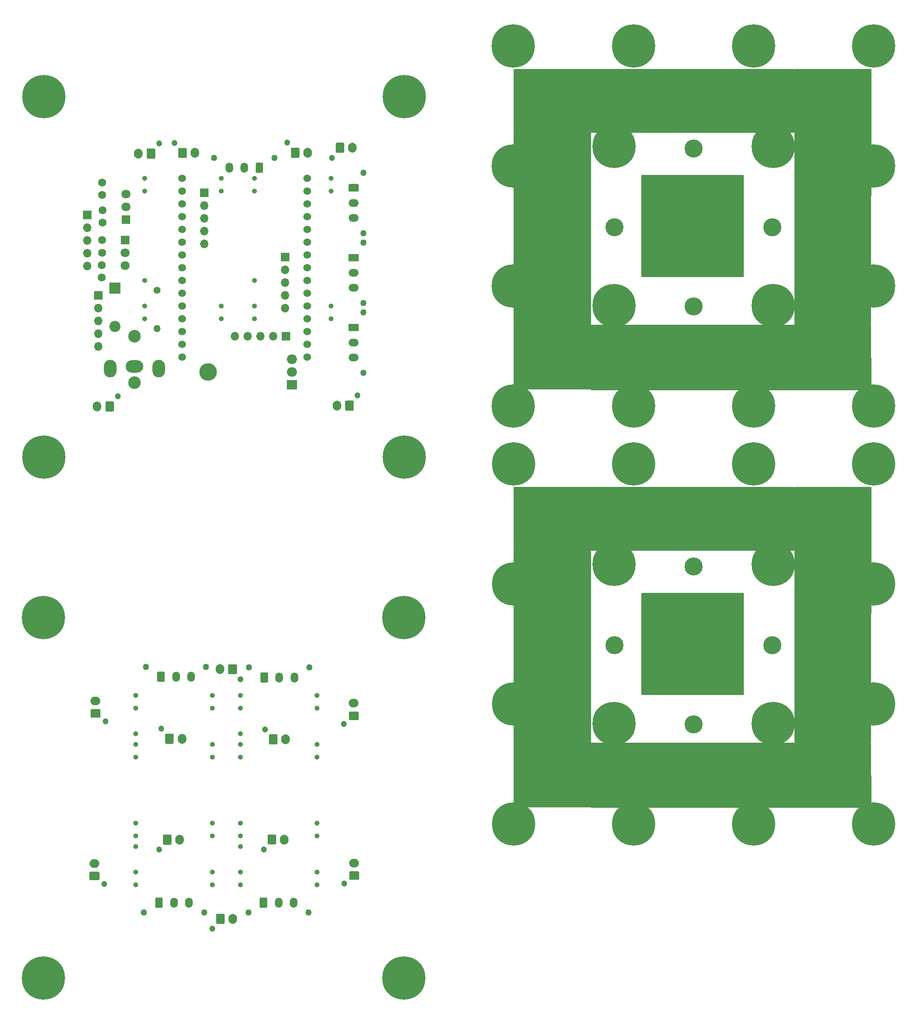
<source format=gbr>
G04 #@! TF.GenerationSoftware,KiCad,Pcbnew,5.1.5+dfsg1-2build2*
G04 #@! TF.CreationDate,2020-12-11T18:22:10+01:00*
G04 #@! TF.ProjectId,ariadne-v3-backup,61726961-646e-4652-9d76-332d6261636b,rev?*
G04 #@! TF.SameCoordinates,Original*
G04 #@! TF.FileFunction,Soldermask,Top*
G04 #@! TF.FilePolarity,Negative*
%FSLAX46Y46*%
G04 Gerber Fmt 4.6, Leading zero omitted, Abs format (unit mm)*
G04 Created by KiCad (PCBNEW 5.1.5+dfsg1-2build2) date 2020-12-11 18:22:10*
%MOMM*%
%LPD*%
G04 APERTURE LIST*
%ADD10C,4.000000*%
%ADD11C,8.600000*%
%ADD12C,0.900000*%
%ADD13C,3.600000*%
%ADD14O,3.500000X2.500000*%
%ADD15O,2.500000X3.500000*%
%ADD16C,2.500000*%
%ADD17R,2.200000X2.200000*%
%ADD18O,2.200000X2.200000*%
%ADD19R,1.700000X1.700000*%
%ADD20O,1.700000X1.700000*%
%ADD21C,1.600000*%
%ADD22O,3.500000X3.500000*%
%ADD23R,2.000000X1.905000*%
%ADD24O,2.000000X1.905000*%
%ADD25C,1.400000*%
%ADD26O,1.400000X1.400000*%
%ADD27C,0.100000*%
%ADD28O,1.700000X2.000000*%
%ADD29C,1.200000*%
%ADD30O,1.000000X1.000000*%
%ADD31R,1.800000X1.800000*%
%ADD32C,1.800000*%
%ADD33C,1.524000*%
%ADD34C,1.270000*%
%ADD35O,1.500000X2.020000*%
%ADD36O,2.020000X1.500000*%
%ADD37O,2.000000X1.700000*%
%ADD38C,0.254000*%
G04 APERTURE END LIST*
D10*
X135010000Y-137667417D03*
X112382583Y-115040000D03*
X135010000Y-92412583D03*
X157637417Y-115040000D03*
D11*
X109410000Y-140890000D03*
D12*
X112635000Y-140890000D03*
X111690419Y-143170419D03*
X109410000Y-144115000D03*
X107129581Y-143170419D03*
X106185000Y-140890000D03*
X107129581Y-138609581D03*
X109410000Y-137665000D03*
X111690419Y-138609581D03*
X111690419Y-86909581D03*
X109410000Y-85965000D03*
X107129581Y-86909581D03*
X106185000Y-89190000D03*
X107129581Y-91470419D03*
X109410000Y-92415000D03*
X111690419Y-91470419D03*
X112635000Y-89190000D03*
D11*
X109410000Y-89190000D03*
D13*
X135235000Y-99615000D03*
X135235000Y-131015000D03*
X150935000Y-115315000D03*
X119535000Y-115315000D03*
D12*
X101690419Y-124709581D03*
X99410000Y-123765000D03*
X97129581Y-124709581D03*
X96185000Y-126990000D03*
X97129581Y-129270419D03*
X99410000Y-130215000D03*
X101690419Y-129270419D03*
X102635000Y-126990000D03*
D11*
X99410000Y-126990000D03*
D12*
X173390419Y-76909581D03*
X171110000Y-75965000D03*
X168829581Y-76909581D03*
X167885000Y-79190000D03*
X168829581Y-81470419D03*
X171110000Y-82415000D03*
X173390419Y-81470419D03*
X174335000Y-79190000D03*
D11*
X171110000Y-79190000D03*
D12*
X173390419Y-148609581D03*
X171110000Y-147665000D03*
X168829581Y-148609581D03*
X167885000Y-150890000D03*
X168829581Y-153170419D03*
X171110000Y-154115000D03*
X173390419Y-153170419D03*
X174335000Y-150890000D03*
D11*
X171110000Y-150890000D03*
D12*
X149490419Y-148609581D03*
X147210000Y-147665000D03*
X144929581Y-148609581D03*
X143985000Y-150890000D03*
X144929581Y-153170419D03*
X147210000Y-154115000D03*
X149490419Y-153170419D03*
X150435000Y-150890000D03*
D11*
X147210000Y-150890000D03*
X161110000Y-89190000D03*
D12*
X164335000Y-89190000D03*
X163390419Y-91470419D03*
X161110000Y-92415000D03*
X158829581Y-91470419D03*
X157885000Y-89190000D03*
X158829581Y-86909581D03*
X161110000Y-85965000D03*
X163390419Y-86909581D03*
X101690419Y-148609581D03*
X99410000Y-147665000D03*
X97129581Y-148609581D03*
X96185000Y-150890000D03*
X97129581Y-153170419D03*
X99410000Y-154115000D03*
X101690419Y-153170419D03*
X102635000Y-150890000D03*
D11*
X99410000Y-150890000D03*
D12*
X173390419Y-124709581D03*
X171110000Y-123765000D03*
X168829581Y-124709581D03*
X167885000Y-126990000D03*
X168829581Y-129270419D03*
X171110000Y-130215000D03*
X173390419Y-129270419D03*
X174335000Y-126990000D03*
D11*
X171110000Y-126990000D03*
D12*
X149490419Y-76909581D03*
X147210000Y-75965000D03*
X144929581Y-76909581D03*
X143985000Y-79190000D03*
X144929581Y-81470419D03*
X147210000Y-82415000D03*
X149490419Y-81470419D03*
X150435000Y-79190000D03*
D11*
X147210000Y-79190000D03*
D12*
X101690419Y-100809581D03*
X99410000Y-99865000D03*
X97129581Y-100809581D03*
X96185000Y-103090000D03*
X97129581Y-105370419D03*
X99410000Y-106315000D03*
X101690419Y-105370419D03*
X102635000Y-103090000D03*
D11*
X99410000Y-103090000D03*
D12*
X125590419Y-148609581D03*
X123310000Y-147665000D03*
X121029581Y-148609581D03*
X120085000Y-150890000D03*
X121029581Y-153170419D03*
X123310000Y-154115000D03*
X125590419Y-153170419D03*
X126535000Y-150890000D03*
D11*
X123310000Y-150890000D03*
D12*
X125590419Y-76909581D03*
X123310000Y-75965000D03*
X121029581Y-76909581D03*
X120085000Y-79190000D03*
X121029581Y-81470419D03*
X123310000Y-82415000D03*
X125590419Y-81470419D03*
X126535000Y-79190000D03*
D11*
X123310000Y-79190000D03*
X99410000Y-79190000D03*
D12*
X102635000Y-79190000D03*
X101690419Y-81470419D03*
X99410000Y-82415000D03*
X97129581Y-81470419D03*
X96185000Y-79190000D03*
X97129581Y-76909581D03*
X99410000Y-75965000D03*
X101690419Y-76909581D03*
D11*
X171110000Y-103090000D03*
D12*
X174335000Y-103090000D03*
X173390419Y-105370419D03*
X171110000Y-106315000D03*
X168829581Y-105370419D03*
X167885000Y-103090000D03*
X168829581Y-100809581D03*
X171110000Y-99865000D03*
X173390419Y-100809581D03*
X153390419Y-128609581D03*
X151110000Y-127665000D03*
X148829581Y-128609581D03*
X147885000Y-130890000D03*
X148829581Y-133170419D03*
X151110000Y-134115000D03*
X153390419Y-133170419D03*
X154335000Y-130890000D03*
D11*
X151110000Y-130890000D03*
D12*
X153390419Y-96909581D03*
X151110000Y-95965000D03*
X148829581Y-96909581D03*
X147885000Y-99190000D03*
X148829581Y-101470419D03*
X151110000Y-102415000D03*
X153390419Y-101470419D03*
X154335000Y-99190000D03*
D11*
X151110000Y-99190000D03*
D12*
X121690419Y-128609581D03*
X119410000Y-127665000D03*
X117129581Y-128609581D03*
X116185000Y-130890000D03*
X117129581Y-133170419D03*
X119410000Y-134115000D03*
X121690419Y-133170419D03*
X122635000Y-130890000D03*
D11*
X119410000Y-130890000D03*
X119410000Y-99190000D03*
D12*
X122635000Y-99190000D03*
X121690419Y-101470419D03*
X119410000Y-102415000D03*
X117129581Y-101470419D03*
X116185000Y-99190000D03*
X117129581Y-96909581D03*
X119410000Y-95965000D03*
X121690419Y-96909581D03*
D11*
X161110000Y-140890000D03*
D12*
X164335000Y-140890000D03*
X163390419Y-143170419D03*
X161110000Y-144115000D03*
X158829581Y-143170419D03*
X157885000Y-140890000D03*
X158829581Y-138609581D03*
X161110000Y-137665000D03*
X163390419Y-138609581D03*
D11*
X119400000Y-47750000D03*
D12*
X122625000Y-47750000D03*
X121680419Y-50030419D03*
X119400000Y-50975000D03*
X117119581Y-50030419D03*
X116175000Y-47750000D03*
X117119581Y-45469581D03*
X119400000Y-44525000D03*
X121680419Y-45469581D03*
D11*
X5900000Y-109800000D03*
D12*
X9125000Y-109800000D03*
X8180419Y-112080419D03*
X5900000Y-113025000D03*
X3619581Y-112080419D03*
X2675000Y-109800000D03*
X3619581Y-107519581D03*
X5900000Y-106575000D03*
X8180419Y-107519581D03*
X79880419Y-107519581D03*
X77600000Y-106575000D03*
X75319581Y-107519581D03*
X74375000Y-109800000D03*
X75319581Y-112080419D03*
X77600000Y-113025000D03*
X79880419Y-112080419D03*
X80825000Y-109800000D03*
D11*
X77600000Y-109800000D03*
D12*
X79880419Y-179219581D03*
X77600000Y-178275000D03*
X75319581Y-179219581D03*
X74375000Y-181500000D03*
X75319581Y-183780419D03*
X77600000Y-184725000D03*
X79880419Y-183780419D03*
X80825000Y-181500000D03*
D11*
X77600000Y-181500000D03*
D12*
X8180419Y-179219581D03*
X5900000Y-178275000D03*
X3619581Y-179219581D03*
X2675000Y-181500000D03*
X3619581Y-183780419D03*
X5900000Y-184725000D03*
X8180419Y-183780419D03*
X9125000Y-181500000D03*
D11*
X5900000Y-181500000D03*
D10*
X157627417Y-31900000D03*
X135000000Y-9272583D03*
X112372583Y-31900000D03*
X135000000Y-54527417D03*
D11*
X151100000Y-16050000D03*
D12*
X154325000Y-16050000D03*
X153380419Y-18330419D03*
X151100000Y-19275000D03*
X148819581Y-18330419D03*
X147875000Y-16050000D03*
X148819581Y-13769581D03*
X151100000Y-12825000D03*
X153380419Y-13769581D03*
X173380419Y-17669581D03*
X171100000Y-16725000D03*
X168819581Y-17669581D03*
X167875000Y-19950000D03*
X168819581Y-22230419D03*
X171100000Y-23175000D03*
X173380419Y-22230419D03*
X174325000Y-19950000D03*
D11*
X171100000Y-19950000D03*
X151100000Y-47750000D03*
D12*
X154325000Y-47750000D03*
X153380419Y-50030419D03*
X151100000Y-50975000D03*
X148819581Y-50030419D03*
X147875000Y-47750000D03*
X148819581Y-45469581D03*
X151100000Y-44525000D03*
X153380419Y-45469581D03*
X121680419Y-13769581D03*
X119400000Y-12825000D03*
X117119581Y-13769581D03*
X116175000Y-16050000D03*
X117119581Y-18330419D03*
X119400000Y-19275000D03*
X121680419Y-18330419D03*
X122625000Y-16050000D03*
D11*
X119400000Y-16050000D03*
D12*
X163380419Y-55469581D03*
X161100000Y-54525000D03*
X158819581Y-55469581D03*
X157875000Y-57750000D03*
X158819581Y-60030419D03*
X161100000Y-60975000D03*
X163380419Y-60030419D03*
X164325000Y-57750000D03*
D11*
X161100000Y-57750000D03*
D12*
X111680419Y-55469581D03*
X109400000Y-54525000D03*
X107119581Y-55469581D03*
X106175000Y-57750000D03*
X107119581Y-60030419D03*
X109400000Y-60975000D03*
X111680419Y-60030419D03*
X112625000Y-57750000D03*
D11*
X109400000Y-57750000D03*
D12*
X163380419Y-3769581D03*
X161100000Y-2825000D03*
X158819581Y-3769581D03*
X157875000Y-6050000D03*
X158819581Y-8330419D03*
X161100000Y-9275000D03*
X163380419Y-8330419D03*
X164325000Y-6050000D03*
D11*
X161100000Y-6050000D03*
X109400000Y-6050000D03*
D12*
X112625000Y-6050000D03*
X111680419Y-8330419D03*
X109400000Y-9275000D03*
X107119581Y-8330419D03*
X106175000Y-6050000D03*
X107119581Y-3769581D03*
X109400000Y-2825000D03*
X111680419Y-3769581D03*
D11*
X171100000Y-67750000D03*
D12*
X174325000Y-67750000D03*
X173380419Y-70030419D03*
X171100000Y-70975000D03*
X168819581Y-70030419D03*
X167875000Y-67750000D03*
X168819581Y-65469581D03*
X171100000Y-64525000D03*
X173380419Y-65469581D03*
D11*
X147200000Y-67750000D03*
D12*
X150425000Y-67750000D03*
X149480419Y-70030419D03*
X147200000Y-70975000D03*
X144919581Y-70030419D03*
X143975000Y-67750000D03*
X144919581Y-65469581D03*
X147200000Y-64525000D03*
X149480419Y-65469581D03*
D11*
X123300000Y-67750000D03*
D12*
X126525000Y-67750000D03*
X125580419Y-70030419D03*
X123300000Y-70975000D03*
X121019581Y-70030419D03*
X120075000Y-67750000D03*
X121019581Y-65469581D03*
X123300000Y-64525000D03*
X125580419Y-65469581D03*
D11*
X99400000Y-67750000D03*
D12*
X102625000Y-67750000D03*
X101680419Y-70030419D03*
X99400000Y-70975000D03*
X97119581Y-70030419D03*
X96175000Y-67750000D03*
X97119581Y-65469581D03*
X99400000Y-64525000D03*
X101680419Y-65469581D03*
D11*
X171100000Y-43850000D03*
D12*
X174325000Y-43850000D03*
X173380419Y-46130419D03*
X171100000Y-47075000D03*
X168819581Y-46130419D03*
X167875000Y-43850000D03*
X168819581Y-41569581D03*
X171100000Y-40625000D03*
X173380419Y-41569581D03*
D11*
X99400000Y-43850000D03*
D12*
X102625000Y-43850000D03*
X101680419Y-46130419D03*
X99400000Y-47075000D03*
X97119581Y-46130419D03*
X96175000Y-43850000D03*
X97119581Y-41569581D03*
X99400000Y-40625000D03*
X101680419Y-41569581D03*
D11*
X99400000Y-19950000D03*
D12*
X102625000Y-19950000D03*
X101680419Y-22230419D03*
X99400000Y-23175000D03*
X97119581Y-22230419D03*
X96175000Y-19950000D03*
X97119581Y-17669581D03*
X99400000Y-16725000D03*
X101680419Y-17669581D03*
D11*
X171100000Y3950000D03*
D12*
X174325000Y3950000D03*
X173380419Y1669581D03*
X171100000Y725000D03*
X168819581Y1669581D03*
X167875000Y3950000D03*
X168819581Y6230419D03*
X171100000Y7175000D03*
X173380419Y6230419D03*
D11*
X147200000Y3950000D03*
D12*
X150425000Y3950000D03*
X149480419Y1669581D03*
X147200000Y725000D03*
X144919581Y1669581D03*
X143975000Y3950000D03*
X144919581Y6230419D03*
X147200000Y7175000D03*
X149480419Y6230419D03*
D11*
X123300000Y3950000D03*
D12*
X126525000Y3950000D03*
X125580419Y1669581D03*
X123300000Y725000D03*
X121019581Y1669581D03*
X120075000Y3950000D03*
X121019581Y6230419D03*
X123300000Y7175000D03*
X125580419Y6230419D03*
X101680419Y6230419D03*
X99400000Y7175000D03*
X97119581Y6230419D03*
X96175000Y3950000D03*
X97119581Y1669581D03*
X99400000Y725000D03*
X101680419Y1669581D03*
X102625000Y3950000D03*
D11*
X99400000Y3950000D03*
X77700000Y-77900000D03*
D12*
X80925000Y-77900000D03*
X79980419Y-80180419D03*
X77700000Y-81125000D03*
X75419581Y-80180419D03*
X74475000Y-77900000D03*
X75419581Y-75619581D03*
X77700000Y-74675000D03*
X79980419Y-75619581D03*
D11*
X6000000Y-77900000D03*
D12*
X9225000Y-77900000D03*
X8280419Y-80180419D03*
X6000000Y-81125000D03*
X3719581Y-80180419D03*
X2775000Y-77900000D03*
X3719581Y-75619581D03*
X6000000Y-74675000D03*
X8280419Y-75619581D03*
D11*
X77700000Y-6200000D03*
D12*
X80925000Y-6200000D03*
X79980419Y-8480419D03*
X77700000Y-9425000D03*
X75419581Y-8480419D03*
X74475000Y-6200000D03*
X75419581Y-3919581D03*
X77700000Y-2975000D03*
X79980419Y-3919581D03*
X8280419Y-3919581D03*
X6000000Y-2975000D03*
X3719581Y-3919581D03*
X2775000Y-6200000D03*
X3719581Y-8480419D03*
X6000000Y-9425000D03*
X8280419Y-8480419D03*
X9225000Y-6200000D03*
D11*
X6000000Y-6200000D03*
D13*
X119525000Y-32175000D03*
X150925000Y-32175000D03*
X135225000Y-47875000D03*
X135225000Y-16475000D03*
D14*
X24000000Y-59800000D03*
D15*
X19200000Y-60300000D03*
X28800000Y-60300000D03*
D16*
X24000000Y-53800000D03*
X24000000Y-63050000D03*
D17*
X20075000Y-44225000D03*
D18*
X20075000Y-51845000D03*
D19*
X54000000Y-38100000D03*
D20*
X54000000Y-40640000D03*
X54000000Y-43180000D03*
X54000000Y-45720000D03*
X54000000Y-48260000D03*
X44015000Y-53825000D03*
X46555000Y-53825000D03*
X49095000Y-53825000D03*
X51635000Y-53825000D03*
D19*
X54175000Y-53825000D03*
X14625000Y-29700000D03*
D20*
X14625000Y-32240000D03*
X14625000Y-34780000D03*
X14625000Y-37320000D03*
X14625000Y-39860000D03*
D19*
X16800000Y-45725000D03*
D20*
X16800000Y-48265000D03*
X16800000Y-50805000D03*
X16800000Y-53345000D03*
X16800000Y-55885000D03*
X37875000Y-35460000D03*
X37875000Y-32920000D03*
X37875000Y-30380000D03*
X37875000Y-27840000D03*
D19*
X37875000Y-25300000D03*
D21*
X17550000Y-23225000D03*
X17550000Y-25725000D03*
X17575000Y-37225000D03*
X17575000Y-34725000D03*
X17700000Y-31250000D03*
X17700000Y-28750000D03*
X17525000Y-39650000D03*
X17525000Y-42150000D03*
D22*
X38665000Y-60960000D03*
D23*
X55325000Y-63500000D03*
D24*
X55325000Y-60960000D03*
X55325000Y-58420000D03*
D25*
X28525000Y-44675000D03*
D26*
X28525000Y-52295000D03*
D27*
G36*
X52224504Y-133026204D02*
G01*
X52248773Y-133029804D01*
X52272571Y-133035765D01*
X52295671Y-133044030D01*
X52317849Y-133054520D01*
X52338893Y-133067133D01*
X52358598Y-133081747D01*
X52376777Y-133098223D01*
X52393253Y-133116402D01*
X52407867Y-133136107D01*
X52420480Y-133157151D01*
X52430970Y-133179329D01*
X52439235Y-133202429D01*
X52445196Y-133226227D01*
X52448796Y-133250496D01*
X52450000Y-133275000D01*
X52450000Y-134775000D01*
X52448796Y-134799504D01*
X52445196Y-134823773D01*
X52439235Y-134847571D01*
X52430970Y-134870671D01*
X52420480Y-134892849D01*
X52407867Y-134913893D01*
X52393253Y-134933598D01*
X52376777Y-134951777D01*
X52358598Y-134968253D01*
X52338893Y-134982867D01*
X52317849Y-134995480D01*
X52295671Y-135005970D01*
X52272571Y-135014235D01*
X52248773Y-135020196D01*
X52224504Y-135023796D01*
X52200000Y-135025000D01*
X51000000Y-135025000D01*
X50975496Y-135023796D01*
X50951227Y-135020196D01*
X50927429Y-135014235D01*
X50904329Y-135005970D01*
X50882151Y-134995480D01*
X50861107Y-134982867D01*
X50841402Y-134968253D01*
X50823223Y-134951777D01*
X50806747Y-134933598D01*
X50792133Y-134913893D01*
X50779520Y-134892849D01*
X50769030Y-134870671D01*
X50760765Y-134847571D01*
X50754804Y-134823773D01*
X50751204Y-134799504D01*
X50750000Y-134775000D01*
X50750000Y-133275000D01*
X50751204Y-133250496D01*
X50754804Y-133226227D01*
X50760765Y-133202429D01*
X50769030Y-133179329D01*
X50779520Y-133157151D01*
X50792133Y-133136107D01*
X50806747Y-133116402D01*
X50823223Y-133098223D01*
X50841402Y-133081747D01*
X50861107Y-133067133D01*
X50882151Y-133054520D01*
X50904329Y-133044030D01*
X50927429Y-133035765D01*
X50951227Y-133029804D01*
X50975496Y-133026204D01*
X51000000Y-133025000D01*
X52200000Y-133025000D01*
X52224504Y-133026204D01*
G37*
D28*
X54100000Y-134025000D03*
D29*
X50000000Y-132025000D03*
D27*
G36*
X34174504Y-16376204D02*
G01*
X34198773Y-16379804D01*
X34222571Y-16385765D01*
X34245671Y-16394030D01*
X34267849Y-16404520D01*
X34288893Y-16417133D01*
X34308598Y-16431747D01*
X34326777Y-16448223D01*
X34343253Y-16466402D01*
X34357867Y-16486107D01*
X34370480Y-16507151D01*
X34380970Y-16529329D01*
X34389235Y-16552429D01*
X34395196Y-16576227D01*
X34398796Y-16600496D01*
X34400000Y-16625000D01*
X34400000Y-18125000D01*
X34398796Y-18149504D01*
X34395196Y-18173773D01*
X34389235Y-18197571D01*
X34380970Y-18220671D01*
X34370480Y-18242849D01*
X34357867Y-18263893D01*
X34343253Y-18283598D01*
X34326777Y-18301777D01*
X34308598Y-18318253D01*
X34288893Y-18332867D01*
X34267849Y-18345480D01*
X34245671Y-18355970D01*
X34222571Y-18364235D01*
X34198773Y-18370196D01*
X34174504Y-18373796D01*
X34150000Y-18375000D01*
X32950000Y-18375000D01*
X32925496Y-18373796D01*
X32901227Y-18370196D01*
X32877429Y-18364235D01*
X32854329Y-18355970D01*
X32832151Y-18345480D01*
X32811107Y-18332867D01*
X32791402Y-18318253D01*
X32773223Y-18301777D01*
X32756747Y-18283598D01*
X32742133Y-18263893D01*
X32729520Y-18242849D01*
X32719030Y-18220671D01*
X32710765Y-18197571D01*
X32704804Y-18173773D01*
X32701204Y-18149504D01*
X32700000Y-18125000D01*
X32700000Y-16625000D01*
X32701204Y-16600496D01*
X32704804Y-16576227D01*
X32710765Y-16552429D01*
X32719030Y-16529329D01*
X32729520Y-16507151D01*
X32742133Y-16486107D01*
X32756747Y-16466402D01*
X32773223Y-16448223D01*
X32791402Y-16431747D01*
X32811107Y-16417133D01*
X32832151Y-16404520D01*
X32854329Y-16394030D01*
X32877429Y-16385765D01*
X32901227Y-16379804D01*
X32925496Y-16376204D01*
X32950000Y-16375000D01*
X34150000Y-16375000D01*
X34174504Y-16376204D01*
G37*
D28*
X36050000Y-17375000D03*
D29*
X31950000Y-15375000D03*
D30*
X41270000Y-22410000D03*
X41270000Y-24950000D03*
X41270000Y-47810000D03*
X41270000Y-50350000D03*
X26030000Y-42730000D03*
X26030000Y-50350000D03*
X26030000Y-47810000D03*
X26030000Y-24950000D03*
X26030000Y-22410000D03*
X45055000Y-135060000D03*
X45055000Y-137600000D03*
X45055000Y-160460000D03*
X45055000Y-163000000D03*
X45055000Y-155380000D03*
X60295000Y-163000000D03*
X60295000Y-160460000D03*
X60295000Y-137600000D03*
X60295000Y-135060000D03*
D31*
X22275000Y-30650000D03*
D32*
X22275000Y-28110000D03*
X22275000Y-25570000D03*
X22150000Y-39805000D03*
X22150000Y-37265000D03*
D31*
X22150000Y-34725000D03*
D29*
X54375000Y-15325000D03*
D28*
X58475000Y-17325000D03*
D27*
G36*
X56599504Y-16326204D02*
G01*
X56623773Y-16329804D01*
X56647571Y-16335765D01*
X56670671Y-16344030D01*
X56692849Y-16354520D01*
X56713893Y-16367133D01*
X56733598Y-16381747D01*
X56751777Y-16398223D01*
X56768253Y-16416402D01*
X56782867Y-16436107D01*
X56795480Y-16457151D01*
X56805970Y-16479329D01*
X56814235Y-16502429D01*
X56820196Y-16526227D01*
X56823796Y-16550496D01*
X56825000Y-16575000D01*
X56825000Y-18075000D01*
X56823796Y-18099504D01*
X56820196Y-18123773D01*
X56814235Y-18147571D01*
X56805970Y-18170671D01*
X56795480Y-18192849D01*
X56782867Y-18213893D01*
X56768253Y-18233598D01*
X56751777Y-18251777D01*
X56733598Y-18268253D01*
X56713893Y-18282867D01*
X56692849Y-18295480D01*
X56670671Y-18305970D01*
X56647571Y-18314235D01*
X56623773Y-18320196D01*
X56599504Y-18323796D01*
X56575000Y-18325000D01*
X55375000Y-18325000D01*
X55350496Y-18323796D01*
X55326227Y-18320196D01*
X55302429Y-18314235D01*
X55279329Y-18305970D01*
X55257151Y-18295480D01*
X55236107Y-18282867D01*
X55216402Y-18268253D01*
X55198223Y-18251777D01*
X55181747Y-18233598D01*
X55167133Y-18213893D01*
X55154520Y-18192849D01*
X55144030Y-18170671D01*
X55135765Y-18147571D01*
X55129804Y-18123773D01*
X55126204Y-18099504D01*
X55125000Y-18075000D01*
X55125000Y-16575000D01*
X55126204Y-16550496D01*
X55129804Y-16526227D01*
X55135765Y-16502429D01*
X55144030Y-16479329D01*
X55154520Y-16457151D01*
X55167133Y-16436107D01*
X55181747Y-16416402D01*
X55198223Y-16398223D01*
X55216402Y-16381747D01*
X55236107Y-16367133D01*
X55257151Y-16354520D01*
X55279329Y-16344030D01*
X55302429Y-16335765D01*
X55326227Y-16329804D01*
X55350496Y-16326204D01*
X55375000Y-16325000D01*
X56575000Y-16325000D01*
X56599504Y-16326204D01*
G37*
G36*
X31149504Y-152976204D02*
G01*
X31173773Y-152979804D01*
X31197571Y-152985765D01*
X31220671Y-152994030D01*
X31242849Y-153004520D01*
X31263893Y-153017133D01*
X31283598Y-153031747D01*
X31301777Y-153048223D01*
X31318253Y-153066402D01*
X31332867Y-153086107D01*
X31345480Y-153107151D01*
X31355970Y-153129329D01*
X31364235Y-153152429D01*
X31370196Y-153176227D01*
X31373796Y-153200496D01*
X31375000Y-153225000D01*
X31375000Y-154725000D01*
X31373796Y-154749504D01*
X31370196Y-154773773D01*
X31364235Y-154797571D01*
X31355970Y-154820671D01*
X31345480Y-154842849D01*
X31332867Y-154863893D01*
X31318253Y-154883598D01*
X31301777Y-154901777D01*
X31283598Y-154918253D01*
X31263893Y-154932867D01*
X31242849Y-154945480D01*
X31220671Y-154955970D01*
X31197571Y-154964235D01*
X31173773Y-154970196D01*
X31149504Y-154973796D01*
X31125000Y-154975000D01*
X29925000Y-154975000D01*
X29900496Y-154973796D01*
X29876227Y-154970196D01*
X29852429Y-154964235D01*
X29829329Y-154955970D01*
X29807151Y-154945480D01*
X29786107Y-154932867D01*
X29766402Y-154918253D01*
X29748223Y-154901777D01*
X29731747Y-154883598D01*
X29717133Y-154863893D01*
X29704520Y-154842849D01*
X29694030Y-154820671D01*
X29685765Y-154797571D01*
X29679804Y-154773773D01*
X29676204Y-154749504D01*
X29675000Y-154725000D01*
X29675000Y-153225000D01*
X29676204Y-153200496D01*
X29679804Y-153176227D01*
X29685765Y-153152429D01*
X29694030Y-153129329D01*
X29704520Y-153107151D01*
X29717133Y-153086107D01*
X29731747Y-153066402D01*
X29748223Y-153048223D01*
X29766402Y-153031747D01*
X29786107Y-153017133D01*
X29807151Y-153004520D01*
X29829329Y-152994030D01*
X29852429Y-152985765D01*
X29876227Y-152979804D01*
X29900496Y-152976204D01*
X29925000Y-152975000D01*
X31125000Y-152975000D01*
X31149504Y-152976204D01*
G37*
D28*
X33025000Y-153975000D03*
D29*
X28925000Y-155975000D03*
D30*
X24255000Y-153190000D03*
X24255000Y-150650000D03*
X24255000Y-127790000D03*
X24255000Y-125250000D03*
X24255000Y-132870000D03*
X39495000Y-125250000D03*
X39495000Y-127790000D03*
X39495000Y-150650000D03*
X39495000Y-153190000D03*
X63095000Y-22410000D03*
X63095000Y-24950000D03*
X63095000Y-47810000D03*
X63095000Y-50350000D03*
X47855000Y-42730000D03*
X47855000Y-50350000D03*
X47855000Y-47810000D03*
X47855000Y-24950000D03*
X47855000Y-22410000D03*
D33*
X58396000Y-57984000D03*
X58396000Y-55444000D03*
X58396000Y-52904000D03*
X58396000Y-50364000D03*
X58396000Y-47824000D03*
X58396000Y-45284000D03*
X58396000Y-42744000D03*
X58396000Y-40204000D03*
X58396000Y-37664000D03*
X58396000Y-35124000D03*
X58396000Y-32584000D03*
X58396000Y-30044000D03*
X58396000Y-27504000D03*
X58396000Y-24964000D03*
X58396000Y-24964000D03*
X58396000Y-22424000D03*
X33504000Y-22424000D03*
X33504000Y-24964000D03*
X33504000Y-27504000D03*
X33504000Y-30044000D03*
X33504000Y-32584000D03*
X33504000Y-35124000D03*
X33504000Y-37664000D03*
X33504000Y-40204000D03*
X33504000Y-42744000D03*
X33504000Y-45284000D03*
X33504000Y-47824000D03*
X33504000Y-50364000D03*
X33504000Y-52904000D03*
X33504000Y-55444000D03*
X33504000Y-57984000D03*
D27*
G36*
X31574504Y-132901204D02*
G01*
X31598773Y-132904804D01*
X31622571Y-132910765D01*
X31645671Y-132919030D01*
X31667849Y-132929520D01*
X31688893Y-132942133D01*
X31708598Y-132956747D01*
X31726777Y-132973223D01*
X31743253Y-132991402D01*
X31757867Y-133011107D01*
X31770480Y-133032151D01*
X31780970Y-133054329D01*
X31789235Y-133077429D01*
X31795196Y-133101227D01*
X31798796Y-133125496D01*
X31800000Y-133150000D01*
X31800000Y-134650000D01*
X31798796Y-134674504D01*
X31795196Y-134698773D01*
X31789235Y-134722571D01*
X31780970Y-134745671D01*
X31770480Y-134767849D01*
X31757867Y-134788893D01*
X31743253Y-134808598D01*
X31726777Y-134826777D01*
X31708598Y-134843253D01*
X31688893Y-134857867D01*
X31667849Y-134870480D01*
X31645671Y-134880970D01*
X31622571Y-134889235D01*
X31598773Y-134895196D01*
X31574504Y-134898796D01*
X31550000Y-134900000D01*
X30350000Y-134900000D01*
X30325496Y-134898796D01*
X30301227Y-134895196D01*
X30277429Y-134889235D01*
X30254329Y-134880970D01*
X30232151Y-134870480D01*
X30211107Y-134857867D01*
X30191402Y-134843253D01*
X30173223Y-134826777D01*
X30156747Y-134808598D01*
X30142133Y-134788893D01*
X30129520Y-134767849D01*
X30119030Y-134745671D01*
X30110765Y-134722571D01*
X30104804Y-134698773D01*
X30101204Y-134674504D01*
X30100000Y-134650000D01*
X30100000Y-133150000D01*
X30101204Y-133125496D01*
X30104804Y-133101227D01*
X30110765Y-133077429D01*
X30119030Y-133054329D01*
X30129520Y-133032151D01*
X30142133Y-133011107D01*
X30156747Y-132991402D01*
X30173223Y-132973223D01*
X30191402Y-132956747D01*
X30211107Y-132942133D01*
X30232151Y-132929520D01*
X30254329Y-132919030D01*
X30277429Y-132910765D01*
X30301227Y-132904804D01*
X30325496Y-132901204D01*
X30350000Y-132900000D01*
X31550000Y-132900000D01*
X31574504Y-132901204D01*
G37*
D28*
X33450000Y-133900000D03*
D29*
X29350000Y-131900000D03*
X49750000Y-155950000D03*
D28*
X53850000Y-153950000D03*
D27*
G36*
X51974504Y-152951204D02*
G01*
X51998773Y-152954804D01*
X52022571Y-152960765D01*
X52045671Y-152969030D01*
X52067849Y-152979520D01*
X52088893Y-152992133D01*
X52108598Y-153006747D01*
X52126777Y-153023223D01*
X52143253Y-153041402D01*
X52157867Y-153061107D01*
X52170480Y-153082151D01*
X52180970Y-153104329D01*
X52189235Y-153127429D01*
X52195196Y-153151227D01*
X52198796Y-153175496D01*
X52200000Y-153200000D01*
X52200000Y-154700000D01*
X52198796Y-154724504D01*
X52195196Y-154748773D01*
X52189235Y-154772571D01*
X52180970Y-154795671D01*
X52170480Y-154817849D01*
X52157867Y-154838893D01*
X52143253Y-154858598D01*
X52126777Y-154876777D01*
X52108598Y-154893253D01*
X52088893Y-154907867D01*
X52067849Y-154920480D01*
X52045671Y-154930970D01*
X52022571Y-154939235D01*
X51998773Y-154945196D01*
X51974504Y-154948796D01*
X51950000Y-154950000D01*
X50750000Y-154950000D01*
X50725496Y-154948796D01*
X50701227Y-154945196D01*
X50677429Y-154939235D01*
X50654329Y-154930970D01*
X50632151Y-154920480D01*
X50611107Y-154907867D01*
X50591402Y-154893253D01*
X50573223Y-154876777D01*
X50556747Y-154858598D01*
X50542133Y-154838893D01*
X50529520Y-154817849D01*
X50519030Y-154795671D01*
X50510765Y-154772571D01*
X50504804Y-154748773D01*
X50501204Y-154724504D01*
X50500000Y-154700000D01*
X50500000Y-153200000D01*
X50501204Y-153175496D01*
X50504804Y-153151227D01*
X50510765Y-153127429D01*
X50519030Y-153104329D01*
X50529520Y-153082151D01*
X50542133Y-153061107D01*
X50556747Y-153041402D01*
X50573223Y-153023223D01*
X50591402Y-153006747D01*
X50611107Y-152992133D01*
X50632151Y-152979520D01*
X50654329Y-152969030D01*
X50677429Y-152960765D01*
X50701227Y-152954804D01*
X50725496Y-152951204D01*
X50750000Y-152950000D01*
X51950000Y-152950000D01*
X51974504Y-152951204D01*
G37*
D30*
X60295000Y-153190000D03*
X60295000Y-150650000D03*
X60295000Y-127790000D03*
X60295000Y-125250000D03*
X45055000Y-132870000D03*
X45055000Y-125250000D03*
X45055000Y-127790000D03*
X45055000Y-150650000D03*
X45055000Y-153190000D03*
X24305000Y-135060000D03*
X24305000Y-137600000D03*
X24305000Y-160460000D03*
X24305000Y-163000000D03*
X24305000Y-155380000D03*
X39545000Y-163000000D03*
X39545000Y-160460000D03*
X39545000Y-137600000D03*
X39545000Y-135060000D03*
D29*
X63300000Y-18325000D03*
D28*
X67400000Y-16325000D03*
D27*
G36*
X65524504Y-15326204D02*
G01*
X65548773Y-15329804D01*
X65572571Y-15335765D01*
X65595671Y-15344030D01*
X65617849Y-15354520D01*
X65638893Y-15367133D01*
X65658598Y-15381747D01*
X65676777Y-15398223D01*
X65693253Y-15416402D01*
X65707867Y-15436107D01*
X65720480Y-15457151D01*
X65730970Y-15479329D01*
X65739235Y-15502429D01*
X65745196Y-15526227D01*
X65748796Y-15550496D01*
X65750000Y-15575000D01*
X65750000Y-17075000D01*
X65748796Y-17099504D01*
X65745196Y-17123773D01*
X65739235Y-17147571D01*
X65730970Y-17170671D01*
X65720480Y-17192849D01*
X65707867Y-17213893D01*
X65693253Y-17233598D01*
X65676777Y-17251777D01*
X65658598Y-17268253D01*
X65638893Y-17282867D01*
X65617849Y-17295480D01*
X65595671Y-17305970D01*
X65572571Y-17314235D01*
X65548773Y-17320196D01*
X65524504Y-17323796D01*
X65500000Y-17325000D01*
X64300000Y-17325000D01*
X64275496Y-17323796D01*
X64251227Y-17320196D01*
X64227429Y-17314235D01*
X64204329Y-17305970D01*
X64182151Y-17295480D01*
X64161107Y-17282867D01*
X64141402Y-17268253D01*
X64123223Y-17251777D01*
X64106747Y-17233598D01*
X64092133Y-17213893D01*
X64079520Y-17192849D01*
X64069030Y-17170671D01*
X64060765Y-17147571D01*
X64054804Y-17123773D01*
X64051204Y-17099504D01*
X64050000Y-17075000D01*
X64050000Y-15575000D01*
X64051204Y-15550496D01*
X64054804Y-15526227D01*
X64060765Y-15502429D01*
X64069030Y-15479329D01*
X64079520Y-15457151D01*
X64092133Y-15436107D01*
X64106747Y-15416402D01*
X64123223Y-15398223D01*
X64141402Y-15381747D01*
X64161107Y-15367133D01*
X64182151Y-15354520D01*
X64204329Y-15344030D01*
X64227429Y-15335765D01*
X64251227Y-15329804D01*
X64275496Y-15326204D01*
X64300000Y-15325000D01*
X65500000Y-15325000D01*
X65524504Y-15326204D01*
G37*
D29*
X28900000Y-15500000D03*
D28*
X24800000Y-17500000D03*
D27*
G36*
X27924504Y-16501204D02*
G01*
X27948773Y-16504804D01*
X27972571Y-16510765D01*
X27995671Y-16519030D01*
X28017849Y-16529520D01*
X28038893Y-16542133D01*
X28058598Y-16556747D01*
X28076777Y-16573223D01*
X28093253Y-16591402D01*
X28107867Y-16611107D01*
X28120480Y-16632151D01*
X28130970Y-16654329D01*
X28139235Y-16677429D01*
X28145196Y-16701227D01*
X28148796Y-16725496D01*
X28150000Y-16750000D01*
X28150000Y-18250000D01*
X28148796Y-18274504D01*
X28145196Y-18298773D01*
X28139235Y-18322571D01*
X28130970Y-18345671D01*
X28120480Y-18367849D01*
X28107867Y-18388893D01*
X28093253Y-18408598D01*
X28076777Y-18426777D01*
X28058598Y-18443253D01*
X28038893Y-18457867D01*
X28017849Y-18470480D01*
X27995671Y-18480970D01*
X27972571Y-18489235D01*
X27948773Y-18495196D01*
X27924504Y-18498796D01*
X27900000Y-18500000D01*
X26700000Y-18500000D01*
X26675496Y-18498796D01*
X26651227Y-18495196D01*
X26627429Y-18489235D01*
X26604329Y-18480970D01*
X26582151Y-18470480D01*
X26561107Y-18457867D01*
X26541402Y-18443253D01*
X26523223Y-18426777D01*
X26506747Y-18408598D01*
X26492133Y-18388893D01*
X26479520Y-18367849D01*
X26469030Y-18345671D01*
X26460765Y-18322571D01*
X26454804Y-18298773D01*
X26451204Y-18274504D01*
X26450000Y-18250000D01*
X26450000Y-16750000D01*
X26451204Y-16725496D01*
X26454804Y-16701227D01*
X26460765Y-16677429D01*
X26469030Y-16654329D01*
X26479520Y-16632151D01*
X26492133Y-16611107D01*
X26506747Y-16591402D01*
X26523223Y-16573223D01*
X26541402Y-16556747D01*
X26561107Y-16542133D01*
X26582151Y-16529520D01*
X26604329Y-16519030D01*
X26627429Y-16510765D01*
X26651227Y-16504804D01*
X26675496Y-16501204D01*
X26700000Y-16500000D01*
X27900000Y-16500000D01*
X27924504Y-16501204D01*
G37*
D34*
X46675000Y-168460000D03*
X58675000Y-168460000D03*
D27*
G36*
X50199504Y-165491204D02*
G01*
X50223773Y-165494804D01*
X50247571Y-165500765D01*
X50270671Y-165509030D01*
X50292849Y-165519520D01*
X50313893Y-165532133D01*
X50333598Y-165546747D01*
X50351777Y-165563223D01*
X50368253Y-165581402D01*
X50382867Y-165601107D01*
X50395480Y-165622151D01*
X50405970Y-165644329D01*
X50414235Y-165667429D01*
X50420196Y-165691227D01*
X50423796Y-165715496D01*
X50425000Y-165740000D01*
X50425000Y-167260000D01*
X50423796Y-167284504D01*
X50420196Y-167308773D01*
X50414235Y-167332571D01*
X50405970Y-167355671D01*
X50395480Y-167377849D01*
X50382867Y-167398893D01*
X50368253Y-167418598D01*
X50351777Y-167436777D01*
X50333598Y-167453253D01*
X50313893Y-167467867D01*
X50292849Y-167480480D01*
X50270671Y-167490970D01*
X50247571Y-167499235D01*
X50223773Y-167505196D01*
X50199504Y-167508796D01*
X50175000Y-167510000D01*
X49175000Y-167510000D01*
X49150496Y-167508796D01*
X49126227Y-167505196D01*
X49102429Y-167499235D01*
X49079329Y-167490970D01*
X49057151Y-167480480D01*
X49036107Y-167467867D01*
X49016402Y-167453253D01*
X48998223Y-167436777D01*
X48981747Y-167418598D01*
X48967133Y-167398893D01*
X48954520Y-167377849D01*
X48944030Y-167355671D01*
X48935765Y-167332571D01*
X48929804Y-167308773D01*
X48926204Y-167284504D01*
X48925000Y-167260000D01*
X48925000Y-165740000D01*
X48926204Y-165715496D01*
X48929804Y-165691227D01*
X48935765Y-165667429D01*
X48944030Y-165644329D01*
X48954520Y-165622151D01*
X48967133Y-165601107D01*
X48981747Y-165581402D01*
X48998223Y-165563223D01*
X49016402Y-165546747D01*
X49036107Y-165532133D01*
X49057151Y-165519520D01*
X49079329Y-165509030D01*
X49102429Y-165500765D01*
X49126227Y-165494804D01*
X49150496Y-165491204D01*
X49175000Y-165490000D01*
X50175000Y-165490000D01*
X50199504Y-165491204D01*
G37*
D35*
X52675000Y-166500000D03*
X55675000Y-166500000D03*
D36*
X67600000Y-30300000D03*
X67600000Y-27300000D03*
D27*
G36*
X68384504Y-23551204D02*
G01*
X68408773Y-23554804D01*
X68432571Y-23560765D01*
X68455671Y-23569030D01*
X68477849Y-23579520D01*
X68498893Y-23592133D01*
X68518598Y-23606747D01*
X68536777Y-23623223D01*
X68553253Y-23641402D01*
X68567867Y-23661107D01*
X68580480Y-23682151D01*
X68590970Y-23704329D01*
X68599235Y-23727429D01*
X68605196Y-23751227D01*
X68608796Y-23775496D01*
X68610000Y-23800000D01*
X68610000Y-24800000D01*
X68608796Y-24824504D01*
X68605196Y-24848773D01*
X68599235Y-24872571D01*
X68590970Y-24895671D01*
X68580480Y-24917849D01*
X68567867Y-24938893D01*
X68553253Y-24958598D01*
X68536777Y-24976777D01*
X68518598Y-24993253D01*
X68498893Y-25007867D01*
X68477849Y-25020480D01*
X68455671Y-25030970D01*
X68432571Y-25039235D01*
X68408773Y-25045196D01*
X68384504Y-25048796D01*
X68360000Y-25050000D01*
X66840000Y-25050000D01*
X66815496Y-25048796D01*
X66791227Y-25045196D01*
X66767429Y-25039235D01*
X66744329Y-25030970D01*
X66722151Y-25020480D01*
X66701107Y-25007867D01*
X66681402Y-24993253D01*
X66663223Y-24976777D01*
X66646747Y-24958598D01*
X66632133Y-24938893D01*
X66619520Y-24917849D01*
X66609030Y-24895671D01*
X66600765Y-24872571D01*
X66594804Y-24848773D01*
X66591204Y-24824504D01*
X66590000Y-24800000D01*
X66590000Y-23800000D01*
X66591204Y-23775496D01*
X66594804Y-23751227D01*
X66600765Y-23727429D01*
X66609030Y-23704329D01*
X66619520Y-23682151D01*
X66632133Y-23661107D01*
X66646747Y-23641402D01*
X66663223Y-23623223D01*
X66681402Y-23606747D01*
X66701107Y-23592133D01*
X66722151Y-23579520D01*
X66744329Y-23569030D01*
X66767429Y-23560765D01*
X66791227Y-23554804D01*
X66815496Y-23551204D01*
X66840000Y-23550000D01*
X68360000Y-23550000D01*
X68384504Y-23551204D01*
G37*
D34*
X69560000Y-33300000D03*
X69560000Y-21300000D03*
X26275000Y-119590000D03*
X38275000Y-119590000D03*
D27*
G36*
X29799504Y-120541204D02*
G01*
X29823773Y-120544804D01*
X29847571Y-120550765D01*
X29870671Y-120559030D01*
X29892849Y-120569520D01*
X29913893Y-120582133D01*
X29933598Y-120596747D01*
X29951777Y-120613223D01*
X29968253Y-120631402D01*
X29982867Y-120651107D01*
X29995480Y-120672151D01*
X30005970Y-120694329D01*
X30014235Y-120717429D01*
X30020196Y-120741227D01*
X30023796Y-120765496D01*
X30025000Y-120790000D01*
X30025000Y-122310000D01*
X30023796Y-122334504D01*
X30020196Y-122358773D01*
X30014235Y-122382571D01*
X30005970Y-122405671D01*
X29995480Y-122427849D01*
X29982867Y-122448893D01*
X29968253Y-122468598D01*
X29951777Y-122486777D01*
X29933598Y-122503253D01*
X29913893Y-122517867D01*
X29892849Y-122530480D01*
X29870671Y-122540970D01*
X29847571Y-122549235D01*
X29823773Y-122555196D01*
X29799504Y-122558796D01*
X29775000Y-122560000D01*
X28775000Y-122560000D01*
X28750496Y-122558796D01*
X28726227Y-122555196D01*
X28702429Y-122549235D01*
X28679329Y-122540970D01*
X28657151Y-122530480D01*
X28636107Y-122517867D01*
X28616402Y-122503253D01*
X28598223Y-122486777D01*
X28581747Y-122468598D01*
X28567133Y-122448893D01*
X28554520Y-122427849D01*
X28544030Y-122405671D01*
X28535765Y-122382571D01*
X28529804Y-122358773D01*
X28526204Y-122334504D01*
X28525000Y-122310000D01*
X28525000Y-120790000D01*
X28526204Y-120765496D01*
X28529804Y-120741227D01*
X28535765Y-120717429D01*
X28544030Y-120694329D01*
X28554520Y-120672151D01*
X28567133Y-120651107D01*
X28581747Y-120631402D01*
X28598223Y-120613223D01*
X28616402Y-120596747D01*
X28636107Y-120582133D01*
X28657151Y-120569520D01*
X28679329Y-120559030D01*
X28702429Y-120550765D01*
X28726227Y-120544804D01*
X28750496Y-120541204D01*
X28775000Y-120540000D01*
X29775000Y-120540000D01*
X29799504Y-120541204D01*
G37*
D35*
X32275000Y-121550000D03*
X35275000Y-121550000D03*
X42850000Y-20325000D03*
X45850000Y-20325000D03*
D27*
G36*
X49374504Y-19316204D02*
G01*
X49398773Y-19319804D01*
X49422571Y-19325765D01*
X49445671Y-19334030D01*
X49467849Y-19344520D01*
X49488893Y-19357133D01*
X49508598Y-19371747D01*
X49526777Y-19388223D01*
X49543253Y-19406402D01*
X49557867Y-19426107D01*
X49570480Y-19447151D01*
X49580970Y-19469329D01*
X49589235Y-19492429D01*
X49595196Y-19516227D01*
X49598796Y-19540496D01*
X49600000Y-19565000D01*
X49600000Y-21085000D01*
X49598796Y-21109504D01*
X49595196Y-21133773D01*
X49589235Y-21157571D01*
X49580970Y-21180671D01*
X49570480Y-21202849D01*
X49557867Y-21223893D01*
X49543253Y-21243598D01*
X49526777Y-21261777D01*
X49508598Y-21278253D01*
X49488893Y-21292867D01*
X49467849Y-21305480D01*
X49445671Y-21315970D01*
X49422571Y-21324235D01*
X49398773Y-21330196D01*
X49374504Y-21333796D01*
X49350000Y-21335000D01*
X48350000Y-21335000D01*
X48325496Y-21333796D01*
X48301227Y-21330196D01*
X48277429Y-21324235D01*
X48254329Y-21315970D01*
X48232151Y-21305480D01*
X48211107Y-21292867D01*
X48191402Y-21278253D01*
X48173223Y-21261777D01*
X48156747Y-21243598D01*
X48142133Y-21223893D01*
X48129520Y-21202849D01*
X48119030Y-21180671D01*
X48110765Y-21157571D01*
X48104804Y-21133773D01*
X48101204Y-21109504D01*
X48100000Y-21085000D01*
X48100000Y-19565000D01*
X48101204Y-19540496D01*
X48104804Y-19516227D01*
X48110765Y-19492429D01*
X48119030Y-19469329D01*
X48129520Y-19447151D01*
X48142133Y-19426107D01*
X48156747Y-19406402D01*
X48173223Y-19388223D01*
X48191402Y-19371747D01*
X48211107Y-19357133D01*
X48232151Y-19344520D01*
X48254329Y-19334030D01*
X48277429Y-19325765D01*
X48301227Y-19319804D01*
X48325496Y-19316204D01*
X48350000Y-19315000D01*
X49350000Y-19315000D01*
X49374504Y-19316204D01*
G37*
D34*
X39850000Y-18365000D03*
X51850000Y-18365000D03*
D35*
X55825000Y-121700000D03*
X52825000Y-121700000D03*
D27*
G36*
X50349504Y-120691204D02*
G01*
X50373773Y-120694804D01*
X50397571Y-120700765D01*
X50420671Y-120709030D01*
X50442849Y-120719520D01*
X50463893Y-120732133D01*
X50483598Y-120746747D01*
X50501777Y-120763223D01*
X50518253Y-120781402D01*
X50532867Y-120801107D01*
X50545480Y-120822151D01*
X50555970Y-120844329D01*
X50564235Y-120867429D01*
X50570196Y-120891227D01*
X50573796Y-120915496D01*
X50575000Y-120940000D01*
X50575000Y-122460000D01*
X50573796Y-122484504D01*
X50570196Y-122508773D01*
X50564235Y-122532571D01*
X50555970Y-122555671D01*
X50545480Y-122577849D01*
X50532867Y-122598893D01*
X50518253Y-122618598D01*
X50501777Y-122636777D01*
X50483598Y-122653253D01*
X50463893Y-122667867D01*
X50442849Y-122680480D01*
X50420671Y-122690970D01*
X50397571Y-122699235D01*
X50373773Y-122705196D01*
X50349504Y-122708796D01*
X50325000Y-122710000D01*
X49325000Y-122710000D01*
X49300496Y-122708796D01*
X49276227Y-122705196D01*
X49252429Y-122699235D01*
X49229329Y-122690970D01*
X49207151Y-122680480D01*
X49186107Y-122667867D01*
X49166402Y-122653253D01*
X49148223Y-122636777D01*
X49131747Y-122618598D01*
X49117133Y-122598893D01*
X49104520Y-122577849D01*
X49094030Y-122555671D01*
X49085765Y-122532571D01*
X49079804Y-122508773D01*
X49076204Y-122484504D01*
X49075000Y-122460000D01*
X49075000Y-120940000D01*
X49076204Y-120915496D01*
X49079804Y-120891227D01*
X49085765Y-120867429D01*
X49094030Y-120844329D01*
X49104520Y-120822151D01*
X49117133Y-120801107D01*
X49131747Y-120781402D01*
X49148223Y-120763223D01*
X49166402Y-120746747D01*
X49186107Y-120732133D01*
X49207151Y-120719520D01*
X49229329Y-120709030D01*
X49252429Y-120700765D01*
X49276227Y-120694804D01*
X49300496Y-120691204D01*
X49325000Y-120690000D01*
X50325000Y-120690000D01*
X50349504Y-120691204D01*
G37*
D34*
X58825000Y-119740000D03*
X46825000Y-119740000D03*
D35*
X34875000Y-166500000D03*
X31875000Y-166500000D03*
D27*
G36*
X29399504Y-165491204D02*
G01*
X29423773Y-165494804D01*
X29447571Y-165500765D01*
X29470671Y-165509030D01*
X29492849Y-165519520D01*
X29513893Y-165532133D01*
X29533598Y-165546747D01*
X29551777Y-165563223D01*
X29568253Y-165581402D01*
X29582867Y-165601107D01*
X29595480Y-165622151D01*
X29605970Y-165644329D01*
X29614235Y-165667429D01*
X29620196Y-165691227D01*
X29623796Y-165715496D01*
X29625000Y-165740000D01*
X29625000Y-167260000D01*
X29623796Y-167284504D01*
X29620196Y-167308773D01*
X29614235Y-167332571D01*
X29605970Y-167355671D01*
X29595480Y-167377849D01*
X29582867Y-167398893D01*
X29568253Y-167418598D01*
X29551777Y-167436777D01*
X29533598Y-167453253D01*
X29513893Y-167467867D01*
X29492849Y-167480480D01*
X29470671Y-167490970D01*
X29447571Y-167499235D01*
X29423773Y-167505196D01*
X29399504Y-167508796D01*
X29375000Y-167510000D01*
X28375000Y-167510000D01*
X28350496Y-167508796D01*
X28326227Y-167505196D01*
X28302429Y-167499235D01*
X28279329Y-167490970D01*
X28257151Y-167480480D01*
X28236107Y-167467867D01*
X28216402Y-167453253D01*
X28198223Y-167436777D01*
X28181747Y-167418598D01*
X28167133Y-167398893D01*
X28154520Y-167377849D01*
X28144030Y-167355671D01*
X28135765Y-167332571D01*
X28129804Y-167308773D01*
X28126204Y-167284504D01*
X28125000Y-167260000D01*
X28125000Y-165740000D01*
X28126204Y-165715496D01*
X28129804Y-165691227D01*
X28135765Y-165667429D01*
X28144030Y-165644329D01*
X28154520Y-165622151D01*
X28167133Y-165601107D01*
X28181747Y-165581402D01*
X28198223Y-165563223D01*
X28216402Y-165546747D01*
X28236107Y-165532133D01*
X28257151Y-165519520D01*
X28279329Y-165509030D01*
X28302429Y-165500765D01*
X28326227Y-165494804D01*
X28350496Y-165491204D01*
X28375000Y-165490000D01*
X29375000Y-165490000D01*
X29399504Y-165491204D01*
G37*
D34*
X37875000Y-168460000D03*
X25875000Y-168460000D03*
X69560000Y-35200000D03*
X69560000Y-47200000D03*
D27*
G36*
X68384504Y-37451204D02*
G01*
X68408773Y-37454804D01*
X68432571Y-37460765D01*
X68455671Y-37469030D01*
X68477849Y-37479520D01*
X68498893Y-37492133D01*
X68518598Y-37506747D01*
X68536777Y-37523223D01*
X68553253Y-37541402D01*
X68567867Y-37561107D01*
X68580480Y-37582151D01*
X68590970Y-37604329D01*
X68599235Y-37627429D01*
X68605196Y-37651227D01*
X68608796Y-37675496D01*
X68610000Y-37700000D01*
X68610000Y-38700000D01*
X68608796Y-38724504D01*
X68605196Y-38748773D01*
X68599235Y-38772571D01*
X68590970Y-38795671D01*
X68580480Y-38817849D01*
X68567867Y-38838893D01*
X68553253Y-38858598D01*
X68536777Y-38876777D01*
X68518598Y-38893253D01*
X68498893Y-38907867D01*
X68477849Y-38920480D01*
X68455671Y-38930970D01*
X68432571Y-38939235D01*
X68408773Y-38945196D01*
X68384504Y-38948796D01*
X68360000Y-38950000D01*
X66840000Y-38950000D01*
X66815496Y-38948796D01*
X66791227Y-38945196D01*
X66767429Y-38939235D01*
X66744329Y-38930970D01*
X66722151Y-38920480D01*
X66701107Y-38907867D01*
X66681402Y-38893253D01*
X66663223Y-38876777D01*
X66646747Y-38858598D01*
X66632133Y-38838893D01*
X66619520Y-38817849D01*
X66609030Y-38795671D01*
X66600765Y-38772571D01*
X66594804Y-38748773D01*
X66591204Y-38724504D01*
X66590000Y-38700000D01*
X66590000Y-37700000D01*
X66591204Y-37675496D01*
X66594804Y-37651227D01*
X66600765Y-37627429D01*
X66609030Y-37604329D01*
X66619520Y-37582151D01*
X66632133Y-37561107D01*
X66646747Y-37541402D01*
X66663223Y-37523223D01*
X66681402Y-37506747D01*
X66701107Y-37492133D01*
X66722151Y-37479520D01*
X66744329Y-37469030D01*
X66767429Y-37460765D01*
X66791227Y-37454804D01*
X66815496Y-37451204D01*
X66840000Y-37450000D01*
X68360000Y-37450000D01*
X68384504Y-37451204D01*
G37*
D36*
X67600000Y-41200000D03*
X67600000Y-44200000D03*
D34*
X69560000Y-49100000D03*
X69560000Y-61100000D03*
D27*
G36*
X68384504Y-51351204D02*
G01*
X68408773Y-51354804D01*
X68432571Y-51360765D01*
X68455671Y-51369030D01*
X68477849Y-51379520D01*
X68498893Y-51392133D01*
X68518598Y-51406747D01*
X68536777Y-51423223D01*
X68553253Y-51441402D01*
X68567867Y-51461107D01*
X68580480Y-51482151D01*
X68590970Y-51504329D01*
X68599235Y-51527429D01*
X68605196Y-51551227D01*
X68608796Y-51575496D01*
X68610000Y-51600000D01*
X68610000Y-52600000D01*
X68608796Y-52624504D01*
X68605196Y-52648773D01*
X68599235Y-52672571D01*
X68590970Y-52695671D01*
X68580480Y-52717849D01*
X68567867Y-52738893D01*
X68553253Y-52758598D01*
X68536777Y-52776777D01*
X68518598Y-52793253D01*
X68498893Y-52807867D01*
X68477849Y-52820480D01*
X68455671Y-52830970D01*
X68432571Y-52839235D01*
X68408773Y-52845196D01*
X68384504Y-52848796D01*
X68360000Y-52850000D01*
X66840000Y-52850000D01*
X66815496Y-52848796D01*
X66791227Y-52845196D01*
X66767429Y-52839235D01*
X66744329Y-52830970D01*
X66722151Y-52820480D01*
X66701107Y-52807867D01*
X66681402Y-52793253D01*
X66663223Y-52776777D01*
X66646747Y-52758598D01*
X66632133Y-52738893D01*
X66619520Y-52717849D01*
X66609030Y-52695671D01*
X66600765Y-52672571D01*
X66594804Y-52648773D01*
X66591204Y-52624504D01*
X66590000Y-52600000D01*
X66590000Y-51600000D01*
X66591204Y-51575496D01*
X66594804Y-51551227D01*
X66600765Y-51527429D01*
X66609030Y-51504329D01*
X66619520Y-51482151D01*
X66632133Y-51461107D01*
X66646747Y-51441402D01*
X66663223Y-51423223D01*
X66681402Y-51406747D01*
X66701107Y-51392133D01*
X66722151Y-51379520D01*
X66744329Y-51369030D01*
X66767429Y-51360765D01*
X66791227Y-51354804D01*
X66815496Y-51351204D01*
X66840000Y-51350000D01*
X68360000Y-51350000D01*
X68384504Y-51351204D01*
G37*
D36*
X67600000Y-55100000D03*
X67600000Y-58100000D03*
D29*
X18025000Y-162800000D03*
D37*
X16025000Y-158700000D03*
D27*
G36*
X16799504Y-160351204D02*
G01*
X16823773Y-160354804D01*
X16847571Y-160360765D01*
X16870671Y-160369030D01*
X16892849Y-160379520D01*
X16913893Y-160392133D01*
X16933598Y-160406747D01*
X16951777Y-160423223D01*
X16968253Y-160441402D01*
X16982867Y-160461107D01*
X16995480Y-160482151D01*
X17005970Y-160504329D01*
X17014235Y-160527429D01*
X17020196Y-160551227D01*
X17023796Y-160575496D01*
X17025000Y-160600000D01*
X17025000Y-161800000D01*
X17023796Y-161824504D01*
X17020196Y-161848773D01*
X17014235Y-161872571D01*
X17005970Y-161895671D01*
X16995480Y-161917849D01*
X16982867Y-161938893D01*
X16968253Y-161958598D01*
X16951777Y-161976777D01*
X16933598Y-161993253D01*
X16913893Y-162007867D01*
X16892849Y-162020480D01*
X16870671Y-162030970D01*
X16847571Y-162039235D01*
X16823773Y-162045196D01*
X16799504Y-162048796D01*
X16775000Y-162050000D01*
X15275000Y-162050000D01*
X15250496Y-162048796D01*
X15226227Y-162045196D01*
X15202429Y-162039235D01*
X15179329Y-162030970D01*
X15157151Y-162020480D01*
X15136107Y-162007867D01*
X15116402Y-161993253D01*
X15098223Y-161976777D01*
X15081747Y-161958598D01*
X15067133Y-161938893D01*
X15054520Y-161917849D01*
X15044030Y-161895671D01*
X15035765Y-161872571D01*
X15029804Y-161848773D01*
X15026204Y-161824504D01*
X15025000Y-161800000D01*
X15025000Y-160600000D01*
X15026204Y-160575496D01*
X15029804Y-160551227D01*
X15035765Y-160527429D01*
X15044030Y-160504329D01*
X15054520Y-160482151D01*
X15067133Y-160461107D01*
X15081747Y-160441402D01*
X15098223Y-160423223D01*
X15116402Y-160406747D01*
X15136107Y-160392133D01*
X15157151Y-160379520D01*
X15179329Y-160369030D01*
X15202429Y-160360765D01*
X15226227Y-160354804D01*
X15250496Y-160351204D01*
X15275000Y-160350000D01*
X16775000Y-160350000D01*
X16799504Y-160351204D01*
G37*
G36*
X68499504Y-160276204D02*
G01*
X68523773Y-160279804D01*
X68547571Y-160285765D01*
X68570671Y-160294030D01*
X68592849Y-160304520D01*
X68613893Y-160317133D01*
X68633598Y-160331747D01*
X68651777Y-160348223D01*
X68668253Y-160366402D01*
X68682867Y-160386107D01*
X68695480Y-160407151D01*
X68705970Y-160429329D01*
X68714235Y-160452429D01*
X68720196Y-160476227D01*
X68723796Y-160500496D01*
X68725000Y-160525000D01*
X68725000Y-161725000D01*
X68723796Y-161749504D01*
X68720196Y-161773773D01*
X68714235Y-161797571D01*
X68705970Y-161820671D01*
X68695480Y-161842849D01*
X68682867Y-161863893D01*
X68668253Y-161883598D01*
X68651777Y-161901777D01*
X68633598Y-161918253D01*
X68613893Y-161932867D01*
X68592849Y-161945480D01*
X68570671Y-161955970D01*
X68547571Y-161964235D01*
X68523773Y-161970196D01*
X68499504Y-161973796D01*
X68475000Y-161975000D01*
X66975000Y-161975000D01*
X66950496Y-161973796D01*
X66926227Y-161970196D01*
X66902429Y-161964235D01*
X66879329Y-161955970D01*
X66857151Y-161945480D01*
X66836107Y-161932867D01*
X66816402Y-161918253D01*
X66798223Y-161901777D01*
X66781747Y-161883598D01*
X66767133Y-161863893D01*
X66754520Y-161842849D01*
X66744030Y-161820671D01*
X66735765Y-161797571D01*
X66729804Y-161773773D01*
X66726204Y-161749504D01*
X66725000Y-161725000D01*
X66725000Y-160525000D01*
X66726204Y-160500496D01*
X66729804Y-160476227D01*
X66735765Y-160452429D01*
X66744030Y-160429329D01*
X66754520Y-160407151D01*
X66767133Y-160386107D01*
X66781747Y-160366402D01*
X66798223Y-160348223D01*
X66816402Y-160331747D01*
X66836107Y-160317133D01*
X66857151Y-160304520D01*
X66879329Y-160294030D01*
X66902429Y-160285765D01*
X66926227Y-160279804D01*
X66950496Y-160276204D01*
X66975000Y-160275000D01*
X68475000Y-160275000D01*
X68499504Y-160276204D01*
G37*
D37*
X67725000Y-158625000D03*
D29*
X65725000Y-162725000D03*
D27*
G36*
X19699504Y-66776204D02*
G01*
X19723773Y-66779804D01*
X19747571Y-66785765D01*
X19770671Y-66794030D01*
X19792849Y-66804520D01*
X19813893Y-66817133D01*
X19833598Y-66831747D01*
X19851777Y-66848223D01*
X19868253Y-66866402D01*
X19882867Y-66886107D01*
X19895480Y-66907151D01*
X19905970Y-66929329D01*
X19914235Y-66952429D01*
X19920196Y-66976227D01*
X19923796Y-67000496D01*
X19925000Y-67025000D01*
X19925000Y-68525000D01*
X19923796Y-68549504D01*
X19920196Y-68573773D01*
X19914235Y-68597571D01*
X19905970Y-68620671D01*
X19895480Y-68642849D01*
X19882867Y-68663893D01*
X19868253Y-68683598D01*
X19851777Y-68701777D01*
X19833598Y-68718253D01*
X19813893Y-68732867D01*
X19792849Y-68745480D01*
X19770671Y-68755970D01*
X19747571Y-68764235D01*
X19723773Y-68770196D01*
X19699504Y-68773796D01*
X19675000Y-68775000D01*
X18475000Y-68775000D01*
X18450496Y-68773796D01*
X18426227Y-68770196D01*
X18402429Y-68764235D01*
X18379329Y-68755970D01*
X18357151Y-68745480D01*
X18336107Y-68732867D01*
X18316402Y-68718253D01*
X18298223Y-68701777D01*
X18281747Y-68683598D01*
X18267133Y-68663893D01*
X18254520Y-68642849D01*
X18244030Y-68620671D01*
X18235765Y-68597571D01*
X18229804Y-68573773D01*
X18226204Y-68549504D01*
X18225000Y-68525000D01*
X18225000Y-67025000D01*
X18226204Y-67000496D01*
X18229804Y-66976227D01*
X18235765Y-66952429D01*
X18244030Y-66929329D01*
X18254520Y-66907151D01*
X18267133Y-66886107D01*
X18281747Y-66866402D01*
X18298223Y-66848223D01*
X18316402Y-66831747D01*
X18336107Y-66817133D01*
X18357151Y-66804520D01*
X18379329Y-66794030D01*
X18402429Y-66785765D01*
X18426227Y-66779804D01*
X18450496Y-66776204D01*
X18475000Y-66775000D01*
X19675000Y-66775000D01*
X19699504Y-66776204D01*
G37*
D28*
X16575000Y-67775000D03*
D29*
X20675000Y-65775000D03*
X68375000Y-65625000D03*
D28*
X64275000Y-67625000D03*
D27*
G36*
X67399504Y-66626204D02*
G01*
X67423773Y-66629804D01*
X67447571Y-66635765D01*
X67470671Y-66644030D01*
X67492849Y-66654520D01*
X67513893Y-66667133D01*
X67533598Y-66681747D01*
X67551777Y-66698223D01*
X67568253Y-66716402D01*
X67582867Y-66736107D01*
X67595480Y-66757151D01*
X67605970Y-66779329D01*
X67614235Y-66802429D01*
X67620196Y-66826227D01*
X67623796Y-66850496D01*
X67625000Y-66875000D01*
X67625000Y-68375000D01*
X67623796Y-68399504D01*
X67620196Y-68423773D01*
X67614235Y-68447571D01*
X67605970Y-68470671D01*
X67595480Y-68492849D01*
X67582867Y-68513893D01*
X67568253Y-68533598D01*
X67551777Y-68551777D01*
X67533598Y-68568253D01*
X67513893Y-68582867D01*
X67492849Y-68595480D01*
X67470671Y-68605970D01*
X67447571Y-68614235D01*
X67423773Y-68620196D01*
X67399504Y-68623796D01*
X67375000Y-68625000D01*
X66175000Y-68625000D01*
X66150496Y-68623796D01*
X66126227Y-68620196D01*
X66102429Y-68614235D01*
X66079329Y-68605970D01*
X66057151Y-68595480D01*
X66036107Y-68582867D01*
X66016402Y-68568253D01*
X65998223Y-68551777D01*
X65981747Y-68533598D01*
X65967133Y-68513893D01*
X65954520Y-68492849D01*
X65944030Y-68470671D01*
X65935765Y-68447571D01*
X65929804Y-68423773D01*
X65926204Y-68399504D01*
X65925000Y-68375000D01*
X65925000Y-66875000D01*
X65926204Y-66850496D01*
X65929804Y-66826227D01*
X65935765Y-66802429D01*
X65944030Y-66779329D01*
X65954520Y-66757151D01*
X65967133Y-66736107D01*
X65981747Y-66716402D01*
X65998223Y-66698223D01*
X66016402Y-66681747D01*
X66036107Y-66667133D01*
X66057151Y-66654520D01*
X66079329Y-66644030D01*
X66102429Y-66635765D01*
X66126227Y-66629804D01*
X66150496Y-66626204D01*
X66175000Y-66625000D01*
X67375000Y-66625000D01*
X67399504Y-66626204D01*
G37*
D29*
X65650000Y-130950000D03*
D37*
X67650000Y-126850000D03*
D27*
G36*
X68424504Y-128501204D02*
G01*
X68448773Y-128504804D01*
X68472571Y-128510765D01*
X68495671Y-128519030D01*
X68517849Y-128529520D01*
X68538893Y-128542133D01*
X68558598Y-128556747D01*
X68576777Y-128573223D01*
X68593253Y-128591402D01*
X68607867Y-128611107D01*
X68620480Y-128632151D01*
X68630970Y-128654329D01*
X68639235Y-128677429D01*
X68645196Y-128701227D01*
X68648796Y-128725496D01*
X68650000Y-128750000D01*
X68650000Y-129950000D01*
X68648796Y-129974504D01*
X68645196Y-129998773D01*
X68639235Y-130022571D01*
X68630970Y-130045671D01*
X68620480Y-130067849D01*
X68607867Y-130088893D01*
X68593253Y-130108598D01*
X68576777Y-130126777D01*
X68558598Y-130143253D01*
X68538893Y-130157867D01*
X68517849Y-130170480D01*
X68495671Y-130180970D01*
X68472571Y-130189235D01*
X68448773Y-130195196D01*
X68424504Y-130198796D01*
X68400000Y-130200000D01*
X66900000Y-130200000D01*
X66875496Y-130198796D01*
X66851227Y-130195196D01*
X66827429Y-130189235D01*
X66804329Y-130180970D01*
X66782151Y-130170480D01*
X66761107Y-130157867D01*
X66741402Y-130143253D01*
X66723223Y-130126777D01*
X66706747Y-130108598D01*
X66692133Y-130088893D01*
X66679520Y-130067849D01*
X66669030Y-130045671D01*
X66660765Y-130022571D01*
X66654804Y-129998773D01*
X66651204Y-129974504D01*
X66650000Y-129950000D01*
X66650000Y-128750000D01*
X66651204Y-128725496D01*
X66654804Y-128701227D01*
X66660765Y-128677429D01*
X66669030Y-128654329D01*
X66679520Y-128632151D01*
X66692133Y-128611107D01*
X66706747Y-128591402D01*
X66723223Y-128573223D01*
X66741402Y-128556747D01*
X66761107Y-128542133D01*
X66782151Y-128529520D01*
X66804329Y-128519030D01*
X66827429Y-128510765D01*
X66851227Y-128504804D01*
X66875496Y-128501204D01*
X66900000Y-128500000D01*
X68400000Y-128500000D01*
X68424504Y-128501204D01*
G37*
G36*
X41724504Y-168726204D02*
G01*
X41748773Y-168729804D01*
X41772571Y-168735765D01*
X41795671Y-168744030D01*
X41817849Y-168754520D01*
X41838893Y-168767133D01*
X41858598Y-168781747D01*
X41876777Y-168798223D01*
X41893253Y-168816402D01*
X41907867Y-168836107D01*
X41920480Y-168857151D01*
X41930970Y-168879329D01*
X41939235Y-168902429D01*
X41945196Y-168926227D01*
X41948796Y-168950496D01*
X41950000Y-168975000D01*
X41950000Y-170475000D01*
X41948796Y-170499504D01*
X41945196Y-170523773D01*
X41939235Y-170547571D01*
X41930970Y-170570671D01*
X41920480Y-170592849D01*
X41907867Y-170613893D01*
X41893253Y-170633598D01*
X41876777Y-170651777D01*
X41858598Y-170668253D01*
X41838893Y-170682867D01*
X41817849Y-170695480D01*
X41795671Y-170705970D01*
X41772571Y-170714235D01*
X41748773Y-170720196D01*
X41724504Y-170723796D01*
X41700000Y-170725000D01*
X40500000Y-170725000D01*
X40475496Y-170723796D01*
X40451227Y-170720196D01*
X40427429Y-170714235D01*
X40404329Y-170705970D01*
X40382151Y-170695480D01*
X40361107Y-170682867D01*
X40341402Y-170668253D01*
X40323223Y-170651777D01*
X40306747Y-170633598D01*
X40292133Y-170613893D01*
X40279520Y-170592849D01*
X40269030Y-170570671D01*
X40260765Y-170547571D01*
X40254804Y-170523773D01*
X40251204Y-170499504D01*
X40250000Y-170475000D01*
X40250000Y-168975000D01*
X40251204Y-168950496D01*
X40254804Y-168926227D01*
X40260765Y-168902429D01*
X40269030Y-168879329D01*
X40279520Y-168857151D01*
X40292133Y-168836107D01*
X40306747Y-168816402D01*
X40323223Y-168798223D01*
X40341402Y-168781747D01*
X40361107Y-168767133D01*
X40382151Y-168754520D01*
X40404329Y-168744030D01*
X40427429Y-168735765D01*
X40451227Y-168729804D01*
X40475496Y-168726204D01*
X40500000Y-168725000D01*
X41700000Y-168725000D01*
X41724504Y-168726204D01*
G37*
D28*
X43600000Y-169725000D03*
D29*
X39500000Y-171725000D03*
D27*
G36*
X44149504Y-119076204D02*
G01*
X44173773Y-119079804D01*
X44197571Y-119085765D01*
X44220671Y-119094030D01*
X44242849Y-119104520D01*
X44263893Y-119117133D01*
X44283598Y-119131747D01*
X44301777Y-119148223D01*
X44318253Y-119166402D01*
X44332867Y-119186107D01*
X44345480Y-119207151D01*
X44355970Y-119229329D01*
X44364235Y-119252429D01*
X44370196Y-119276227D01*
X44373796Y-119300496D01*
X44375000Y-119325000D01*
X44375000Y-120825000D01*
X44373796Y-120849504D01*
X44370196Y-120873773D01*
X44364235Y-120897571D01*
X44355970Y-120920671D01*
X44345480Y-120942849D01*
X44332867Y-120963893D01*
X44318253Y-120983598D01*
X44301777Y-121001777D01*
X44283598Y-121018253D01*
X44263893Y-121032867D01*
X44242849Y-121045480D01*
X44220671Y-121055970D01*
X44197571Y-121064235D01*
X44173773Y-121070196D01*
X44149504Y-121073796D01*
X44125000Y-121075000D01*
X42925000Y-121075000D01*
X42900496Y-121073796D01*
X42876227Y-121070196D01*
X42852429Y-121064235D01*
X42829329Y-121055970D01*
X42807151Y-121045480D01*
X42786107Y-121032867D01*
X42766402Y-121018253D01*
X42748223Y-121001777D01*
X42731747Y-120983598D01*
X42717133Y-120963893D01*
X42704520Y-120942849D01*
X42694030Y-120920671D01*
X42685765Y-120897571D01*
X42679804Y-120873773D01*
X42676204Y-120849504D01*
X42675000Y-120825000D01*
X42675000Y-119325000D01*
X42676204Y-119300496D01*
X42679804Y-119276227D01*
X42685765Y-119252429D01*
X42694030Y-119229329D01*
X42704520Y-119207151D01*
X42717133Y-119186107D01*
X42731747Y-119166402D01*
X42748223Y-119148223D01*
X42766402Y-119131747D01*
X42786107Y-119117133D01*
X42807151Y-119104520D01*
X42829329Y-119094030D01*
X42852429Y-119085765D01*
X42876227Y-119079804D01*
X42900496Y-119076204D01*
X42925000Y-119075000D01*
X44125000Y-119075000D01*
X44149504Y-119076204D01*
G37*
D28*
X41025000Y-120075000D03*
D29*
X45125000Y-122075000D03*
D27*
G36*
X17024504Y-128026204D02*
G01*
X17048773Y-128029804D01*
X17072571Y-128035765D01*
X17095671Y-128044030D01*
X17117849Y-128054520D01*
X17138893Y-128067133D01*
X17158598Y-128081747D01*
X17176777Y-128098223D01*
X17193253Y-128116402D01*
X17207867Y-128136107D01*
X17220480Y-128157151D01*
X17230970Y-128179329D01*
X17239235Y-128202429D01*
X17245196Y-128226227D01*
X17248796Y-128250496D01*
X17250000Y-128275000D01*
X17250000Y-129475000D01*
X17248796Y-129499504D01*
X17245196Y-129523773D01*
X17239235Y-129547571D01*
X17230970Y-129570671D01*
X17220480Y-129592849D01*
X17207867Y-129613893D01*
X17193253Y-129633598D01*
X17176777Y-129651777D01*
X17158598Y-129668253D01*
X17138893Y-129682867D01*
X17117849Y-129695480D01*
X17095671Y-129705970D01*
X17072571Y-129714235D01*
X17048773Y-129720196D01*
X17024504Y-129723796D01*
X17000000Y-129725000D01*
X15500000Y-129725000D01*
X15475496Y-129723796D01*
X15451227Y-129720196D01*
X15427429Y-129714235D01*
X15404329Y-129705970D01*
X15382151Y-129695480D01*
X15361107Y-129682867D01*
X15341402Y-129668253D01*
X15323223Y-129651777D01*
X15306747Y-129633598D01*
X15292133Y-129613893D01*
X15279520Y-129592849D01*
X15269030Y-129570671D01*
X15260765Y-129547571D01*
X15254804Y-129523773D01*
X15251204Y-129499504D01*
X15250000Y-129475000D01*
X15250000Y-128275000D01*
X15251204Y-128250496D01*
X15254804Y-128226227D01*
X15260765Y-128202429D01*
X15269030Y-128179329D01*
X15279520Y-128157151D01*
X15292133Y-128136107D01*
X15306747Y-128116402D01*
X15323223Y-128098223D01*
X15341402Y-128081747D01*
X15361107Y-128067133D01*
X15382151Y-128054520D01*
X15404329Y-128044030D01*
X15427429Y-128035765D01*
X15451227Y-128029804D01*
X15475496Y-128026204D01*
X15500000Y-128025000D01*
X17000000Y-128025000D01*
X17024504Y-128026204D01*
G37*
D37*
X16250000Y-126375000D03*
D29*
X18250000Y-130475000D03*
D38*
G36*
X155173000Y-13173000D02*
G01*
X99527000Y-13173000D01*
X99527000Y-727000D01*
X155173000Y-727000D01*
X155173000Y-13173000D01*
G37*
X155173000Y-13173000D02*
X99527000Y-13173000D01*
X99527000Y-727000D01*
X155173000Y-727000D01*
X155173000Y-13173000D01*
G36*
X170373249Y-51373000D02*
G01*
X155427000Y-51373000D01*
X155427000Y-727000D01*
X170472750Y-727000D01*
X170373249Y-51373000D01*
G37*
X170373249Y-51373000D02*
X155427000Y-51373000D01*
X155427000Y-727000D01*
X170472750Y-727000D01*
X170373249Y-51373000D01*
G36*
X170472020Y-64373000D02*
G01*
X114827000Y-64373000D01*
X114827000Y-51627000D01*
X170373973Y-51627000D01*
X170472020Y-64373000D01*
G37*
X170472020Y-64373000D02*
X114827000Y-64373000D01*
X114827000Y-51627000D01*
X170373973Y-51627000D01*
X170472020Y-64373000D01*
G36*
X114673000Y-64273000D02*
G01*
X99527000Y-64273000D01*
X99527000Y-13327000D01*
X114673000Y-13327000D01*
X114673000Y-64273000D01*
G37*
X114673000Y-64273000D02*
X99527000Y-64273000D01*
X99527000Y-13327000D01*
X114673000Y-13327000D01*
X114673000Y-64273000D01*
G36*
X145073000Y-41873000D02*
G01*
X124927000Y-41873000D01*
X124927000Y-21827000D01*
X145073000Y-21827000D01*
X145073000Y-41873000D01*
G37*
X145073000Y-41873000D02*
X124927000Y-41873000D01*
X124927000Y-21827000D01*
X145073000Y-21827000D01*
X145073000Y-41873000D01*
G36*
X170383249Y-134513000D02*
G01*
X155437000Y-134513000D01*
X155437000Y-83867000D01*
X170482750Y-83867000D01*
X170383249Y-134513000D01*
G37*
X170383249Y-134513000D02*
X155437000Y-134513000D01*
X155437000Y-83867000D01*
X170482750Y-83867000D01*
X170383249Y-134513000D01*
G36*
X145083000Y-125013000D02*
G01*
X124937000Y-125013000D01*
X124937000Y-104967000D01*
X145083000Y-104967000D01*
X145083000Y-125013000D01*
G37*
X145083000Y-125013000D02*
X124937000Y-125013000D01*
X124937000Y-104967000D01*
X145083000Y-104967000D01*
X145083000Y-125013000D01*
G36*
X155183000Y-96313000D02*
G01*
X99537000Y-96313000D01*
X99537000Y-83867000D01*
X155183000Y-83867000D01*
X155183000Y-96313000D01*
G37*
X155183000Y-96313000D02*
X99537000Y-96313000D01*
X99537000Y-83867000D01*
X155183000Y-83867000D01*
X155183000Y-96313000D01*
G36*
X114683000Y-147413000D02*
G01*
X99537000Y-147413000D01*
X99537000Y-96467000D01*
X114683000Y-96467000D01*
X114683000Y-147413000D01*
G37*
X114683000Y-147413000D02*
X99537000Y-147413000D01*
X99537000Y-96467000D01*
X114683000Y-96467000D01*
X114683000Y-147413000D01*
G36*
X170482020Y-147513000D02*
G01*
X114837000Y-147513000D01*
X114837000Y-134767000D01*
X170383973Y-134767000D01*
X170482020Y-147513000D01*
G37*
X170482020Y-147513000D02*
X114837000Y-147513000D01*
X114837000Y-134767000D01*
X170383973Y-134767000D01*
X170482020Y-147513000D01*
M02*

</source>
